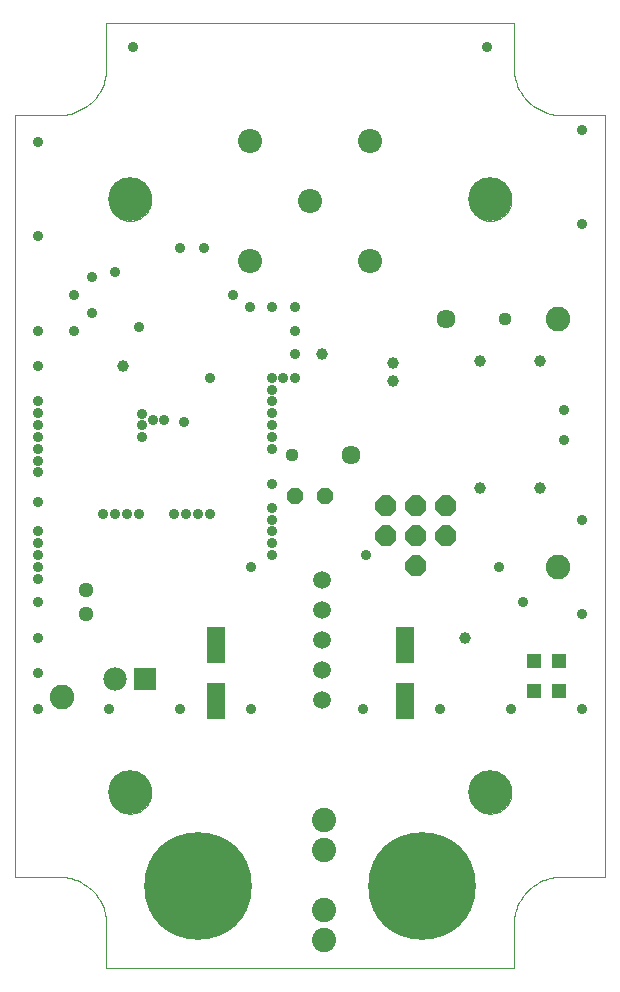
<source format=gbs>
G75*
%MOIN*%
%OFA0B0*%
%FSLAX24Y24*%
%IPPOS*%
%LPD*%
%AMOC8*
5,1,8,0,0,1.08239X$1,22.5*
%
%ADD10R,0.0512X0.0512*%
%ADD11C,0.0820*%
%ADD12R,0.0591X0.1221*%
%ADD13C,0.0000*%
%ADD14C,0.1457*%
%ADD15C,0.3583*%
%ADD16C,0.0039*%
%ADD17C,0.0237*%
%ADD18C,0.0805*%
%ADD19C,0.0634*%
%ADD20C,0.0437*%
%ADD21R,0.0780X0.0780*%
%ADD22C,0.0780*%
%ADD23OC8,0.0700*%
%ADD24OC8,0.0560*%
%ADD25C,0.0594*%
%ADD26C,0.0808*%
%ADD27C,0.0357*%
%ADD28C,0.0396*%
%ADD29C,0.0512*%
D10*
X021793Y010552D03*
X021793Y011536D03*
X022619Y011536D03*
X022619Y010552D03*
D11*
X022600Y014686D03*
X022600Y022954D03*
X006064Y010355D03*
D12*
X011182Y010198D03*
X011182Y012087D03*
X017482Y012087D03*
X017482Y010198D03*
D13*
X005966Y004351D02*
X004489Y004351D01*
X004489Y029745D01*
X005966Y029745D01*
X006043Y029747D01*
X006120Y029753D01*
X006197Y029762D01*
X006273Y029775D01*
X006349Y029792D01*
X006423Y029813D01*
X006497Y029837D01*
X006569Y029865D01*
X006639Y029896D01*
X006708Y029931D01*
X006776Y029969D01*
X006841Y030010D01*
X006904Y030055D01*
X006965Y030103D01*
X007024Y030153D01*
X007080Y030206D01*
X007133Y030262D01*
X007183Y030321D01*
X007231Y030382D01*
X007276Y030445D01*
X007317Y030510D01*
X007355Y030578D01*
X007390Y030647D01*
X007421Y030717D01*
X007449Y030789D01*
X007473Y030863D01*
X007494Y030937D01*
X007511Y031013D01*
X007524Y031089D01*
X007533Y031166D01*
X007539Y031243D01*
X007541Y031320D01*
X007541Y032796D01*
X021123Y032796D01*
X021123Y031320D01*
X021125Y031243D01*
X021131Y031166D01*
X021140Y031089D01*
X021153Y031013D01*
X021170Y030937D01*
X021191Y030863D01*
X021215Y030789D01*
X021243Y030717D01*
X021274Y030647D01*
X021309Y030578D01*
X021347Y030510D01*
X021388Y030445D01*
X021433Y030382D01*
X021481Y030321D01*
X021531Y030262D01*
X021584Y030206D01*
X021640Y030153D01*
X021699Y030103D01*
X021760Y030055D01*
X021823Y030010D01*
X021888Y029969D01*
X021956Y029931D01*
X022025Y029896D01*
X022095Y029865D01*
X022167Y029837D01*
X022241Y029813D01*
X022315Y029792D01*
X022391Y029775D01*
X022467Y029762D01*
X022544Y029753D01*
X022621Y029747D01*
X022698Y029745D01*
X024175Y029745D01*
X024175Y004351D01*
X022698Y004351D01*
X022621Y004349D01*
X022544Y004343D01*
X022467Y004334D01*
X022391Y004321D01*
X022315Y004304D01*
X022241Y004283D01*
X022167Y004259D01*
X022095Y004231D01*
X022025Y004200D01*
X021956Y004165D01*
X021888Y004127D01*
X021823Y004086D01*
X021760Y004041D01*
X021699Y003993D01*
X021640Y003943D01*
X021584Y003890D01*
X021531Y003834D01*
X021481Y003775D01*
X021433Y003714D01*
X021388Y003651D01*
X021347Y003586D01*
X021309Y003518D01*
X021274Y003449D01*
X021243Y003379D01*
X021215Y003307D01*
X021191Y003233D01*
X021170Y003159D01*
X021153Y003083D01*
X021140Y003007D01*
X021131Y002930D01*
X021125Y002853D01*
X021123Y002776D01*
X021123Y001300D01*
X007541Y001300D01*
X007541Y002776D01*
X007539Y002853D01*
X007533Y002930D01*
X007524Y003007D01*
X007511Y003083D01*
X007494Y003159D01*
X007473Y003233D01*
X007449Y003307D01*
X007421Y003379D01*
X007390Y003449D01*
X007355Y003518D01*
X007317Y003586D01*
X007276Y003651D01*
X007231Y003714D01*
X007183Y003775D01*
X007133Y003834D01*
X007080Y003890D01*
X007024Y003943D01*
X006965Y003993D01*
X006904Y004041D01*
X006841Y004086D01*
X006776Y004127D01*
X006708Y004165D01*
X006639Y004200D01*
X006569Y004231D01*
X006497Y004259D01*
X006423Y004283D01*
X006349Y004304D01*
X006273Y004321D01*
X006197Y004334D01*
X006120Y004343D01*
X006043Y004349D01*
X005966Y004351D01*
X007619Y007166D02*
X007621Y007219D01*
X007627Y007272D01*
X007637Y007324D01*
X007650Y007375D01*
X007668Y007425D01*
X007689Y007474D01*
X007714Y007521D01*
X007742Y007565D01*
X007774Y007608D01*
X007808Y007648D01*
X007846Y007686D01*
X007886Y007720D01*
X007929Y007752D01*
X007974Y007780D01*
X008020Y007805D01*
X008069Y007826D01*
X008119Y007844D01*
X008170Y007857D01*
X008222Y007867D01*
X008275Y007873D01*
X008328Y007875D01*
X008381Y007873D01*
X008434Y007867D01*
X008486Y007857D01*
X008537Y007844D01*
X008587Y007826D01*
X008636Y007805D01*
X008683Y007780D01*
X008727Y007752D01*
X008770Y007720D01*
X008810Y007686D01*
X008848Y007648D01*
X008882Y007608D01*
X008914Y007565D01*
X008942Y007520D01*
X008967Y007474D01*
X008988Y007425D01*
X009006Y007375D01*
X009019Y007324D01*
X009029Y007272D01*
X009035Y007219D01*
X009037Y007166D01*
X009035Y007113D01*
X009029Y007060D01*
X009019Y007008D01*
X009006Y006957D01*
X008988Y006907D01*
X008967Y006858D01*
X008942Y006811D01*
X008914Y006767D01*
X008882Y006724D01*
X008848Y006684D01*
X008810Y006646D01*
X008770Y006612D01*
X008727Y006580D01*
X008682Y006552D01*
X008636Y006527D01*
X008587Y006506D01*
X008537Y006488D01*
X008486Y006475D01*
X008434Y006465D01*
X008381Y006459D01*
X008328Y006457D01*
X008275Y006459D01*
X008222Y006465D01*
X008170Y006475D01*
X008119Y006488D01*
X008069Y006506D01*
X008020Y006527D01*
X007973Y006552D01*
X007929Y006580D01*
X007886Y006612D01*
X007846Y006646D01*
X007808Y006684D01*
X007774Y006724D01*
X007742Y006767D01*
X007714Y006812D01*
X007689Y006858D01*
X007668Y006907D01*
X007650Y006957D01*
X007637Y007008D01*
X007627Y007060D01*
X007621Y007113D01*
X007619Y007166D01*
X009608Y005040D02*
X009610Y005059D01*
X009615Y005078D01*
X009625Y005094D01*
X009637Y005109D01*
X009652Y005121D01*
X009668Y005131D01*
X009687Y005136D01*
X009706Y005138D01*
X009725Y005136D01*
X009744Y005131D01*
X009760Y005121D01*
X009775Y005109D01*
X009787Y005094D01*
X009797Y005078D01*
X009802Y005059D01*
X009804Y005040D01*
X009802Y005021D01*
X009797Y005002D01*
X009787Y004986D01*
X009775Y004971D01*
X009760Y004959D01*
X009744Y004949D01*
X009725Y004944D01*
X009706Y004942D01*
X009687Y004944D01*
X009668Y004949D01*
X009652Y004959D01*
X009637Y004971D01*
X009625Y004986D01*
X009615Y005002D01*
X009610Y005021D01*
X009608Y005040D01*
X010494Y005434D02*
X010496Y005453D01*
X010501Y005472D01*
X010511Y005488D01*
X010523Y005503D01*
X010538Y005515D01*
X010554Y005525D01*
X010573Y005530D01*
X010592Y005532D01*
X010611Y005530D01*
X010630Y005525D01*
X010646Y005515D01*
X010661Y005503D01*
X010673Y005488D01*
X010683Y005472D01*
X010688Y005453D01*
X010690Y005434D01*
X010688Y005415D01*
X010683Y005396D01*
X010673Y005380D01*
X010661Y005365D01*
X010646Y005353D01*
X010630Y005343D01*
X010611Y005338D01*
X010592Y005336D01*
X010573Y005338D01*
X010554Y005343D01*
X010538Y005353D01*
X010523Y005365D01*
X010511Y005380D01*
X010501Y005396D01*
X010496Y005415D01*
X010494Y005434D01*
X011478Y005040D02*
X011480Y005059D01*
X011485Y005078D01*
X011495Y005094D01*
X011507Y005109D01*
X011522Y005121D01*
X011538Y005131D01*
X011557Y005136D01*
X011576Y005138D01*
X011595Y005136D01*
X011614Y005131D01*
X011630Y005121D01*
X011645Y005109D01*
X011657Y005094D01*
X011667Y005078D01*
X011672Y005059D01*
X011674Y005040D01*
X011672Y005021D01*
X011667Y005002D01*
X011657Y004986D01*
X011645Y004971D01*
X011630Y004959D01*
X011614Y004949D01*
X011595Y004944D01*
X011576Y004942D01*
X011557Y004944D01*
X011538Y004949D01*
X011522Y004959D01*
X011507Y004971D01*
X011495Y004986D01*
X011485Y005002D01*
X011480Y005021D01*
X011478Y005040D01*
X011872Y004056D02*
X011874Y004075D01*
X011879Y004094D01*
X011889Y004110D01*
X011901Y004125D01*
X011916Y004137D01*
X011932Y004147D01*
X011951Y004152D01*
X011970Y004154D01*
X011989Y004152D01*
X012008Y004147D01*
X012024Y004137D01*
X012039Y004125D01*
X012051Y004110D01*
X012061Y004094D01*
X012066Y004075D01*
X012068Y004056D01*
X012066Y004037D01*
X012061Y004018D01*
X012051Y004002D01*
X012039Y003987D01*
X012024Y003975D01*
X012008Y003965D01*
X011989Y003960D01*
X011970Y003958D01*
X011951Y003960D01*
X011932Y003965D01*
X011916Y003975D01*
X011901Y003987D01*
X011889Y004002D01*
X011879Y004018D01*
X011874Y004037D01*
X011872Y004056D01*
X011478Y003072D02*
X011480Y003091D01*
X011485Y003110D01*
X011495Y003126D01*
X011507Y003141D01*
X011522Y003153D01*
X011538Y003163D01*
X011557Y003168D01*
X011576Y003170D01*
X011595Y003168D01*
X011614Y003163D01*
X011630Y003153D01*
X011645Y003141D01*
X011657Y003126D01*
X011667Y003110D01*
X011672Y003091D01*
X011674Y003072D01*
X011672Y003053D01*
X011667Y003034D01*
X011657Y003018D01*
X011645Y003003D01*
X011630Y002991D01*
X011614Y002981D01*
X011595Y002976D01*
X011576Y002974D01*
X011557Y002976D01*
X011538Y002981D01*
X011522Y002991D01*
X011507Y003003D01*
X011495Y003018D01*
X011485Y003034D01*
X011480Y003053D01*
X011478Y003072D01*
X010494Y002678D02*
X010496Y002697D01*
X010501Y002716D01*
X010511Y002732D01*
X010523Y002747D01*
X010538Y002759D01*
X010554Y002769D01*
X010573Y002774D01*
X010592Y002776D01*
X010611Y002774D01*
X010630Y002769D01*
X010646Y002759D01*
X010661Y002747D01*
X010673Y002732D01*
X010683Y002716D01*
X010688Y002697D01*
X010690Y002678D01*
X010688Y002659D01*
X010683Y002640D01*
X010673Y002624D01*
X010661Y002609D01*
X010646Y002597D01*
X010630Y002587D01*
X010611Y002582D01*
X010592Y002580D01*
X010573Y002582D01*
X010554Y002587D01*
X010538Y002597D01*
X010523Y002609D01*
X010511Y002624D01*
X010501Y002640D01*
X010496Y002659D01*
X010494Y002678D01*
X009510Y003072D02*
X009512Y003091D01*
X009517Y003110D01*
X009527Y003126D01*
X009539Y003141D01*
X009554Y003153D01*
X009570Y003163D01*
X009589Y003168D01*
X009608Y003170D01*
X009627Y003168D01*
X009646Y003163D01*
X009662Y003153D01*
X009677Y003141D01*
X009689Y003126D01*
X009699Y003110D01*
X009704Y003091D01*
X009706Y003072D01*
X009704Y003053D01*
X009699Y003034D01*
X009689Y003018D01*
X009677Y003003D01*
X009662Y002991D01*
X009646Y002981D01*
X009627Y002976D01*
X009608Y002974D01*
X009589Y002976D01*
X009570Y002981D01*
X009554Y002991D01*
X009539Y003003D01*
X009527Y003018D01*
X009517Y003034D01*
X009512Y003053D01*
X009510Y003072D01*
X009116Y004056D02*
X009118Y004075D01*
X009123Y004094D01*
X009133Y004110D01*
X009145Y004125D01*
X009160Y004137D01*
X009176Y004147D01*
X009195Y004152D01*
X009214Y004154D01*
X009233Y004152D01*
X009252Y004147D01*
X009268Y004137D01*
X009283Y004125D01*
X009295Y004110D01*
X009305Y004094D01*
X009310Y004075D01*
X009312Y004056D01*
X009310Y004037D01*
X009305Y004018D01*
X009295Y004002D01*
X009283Y003987D01*
X009268Y003975D01*
X009252Y003965D01*
X009233Y003960D01*
X009214Y003958D01*
X009195Y003960D01*
X009176Y003965D01*
X009160Y003975D01*
X009145Y003987D01*
X009133Y004002D01*
X009123Y004018D01*
X009118Y004037D01*
X009116Y004056D01*
X016596Y004056D02*
X016598Y004075D01*
X016603Y004094D01*
X016613Y004110D01*
X016625Y004125D01*
X016640Y004137D01*
X016656Y004147D01*
X016675Y004152D01*
X016694Y004154D01*
X016713Y004152D01*
X016732Y004147D01*
X016748Y004137D01*
X016763Y004125D01*
X016775Y004110D01*
X016785Y004094D01*
X016790Y004075D01*
X016792Y004056D01*
X016790Y004037D01*
X016785Y004018D01*
X016775Y004002D01*
X016763Y003987D01*
X016748Y003975D01*
X016732Y003965D01*
X016713Y003960D01*
X016694Y003958D01*
X016675Y003960D01*
X016656Y003965D01*
X016640Y003975D01*
X016625Y003987D01*
X016613Y004002D01*
X016603Y004018D01*
X016598Y004037D01*
X016596Y004056D01*
X016990Y003072D02*
X016992Y003091D01*
X016997Y003110D01*
X017007Y003126D01*
X017019Y003141D01*
X017034Y003153D01*
X017050Y003163D01*
X017069Y003168D01*
X017088Y003170D01*
X017107Y003168D01*
X017126Y003163D01*
X017142Y003153D01*
X017157Y003141D01*
X017169Y003126D01*
X017179Y003110D01*
X017184Y003091D01*
X017186Y003072D01*
X017184Y003053D01*
X017179Y003034D01*
X017169Y003018D01*
X017157Y003003D01*
X017142Y002991D01*
X017126Y002981D01*
X017107Y002976D01*
X017088Y002974D01*
X017069Y002976D01*
X017050Y002981D01*
X017034Y002991D01*
X017019Y003003D01*
X017007Y003018D01*
X016997Y003034D01*
X016992Y003053D01*
X016990Y003072D01*
X017974Y002678D02*
X017976Y002697D01*
X017981Y002716D01*
X017991Y002732D01*
X018003Y002747D01*
X018018Y002759D01*
X018034Y002769D01*
X018053Y002774D01*
X018072Y002776D01*
X018091Y002774D01*
X018110Y002769D01*
X018126Y002759D01*
X018141Y002747D01*
X018153Y002732D01*
X018163Y002716D01*
X018168Y002697D01*
X018170Y002678D01*
X018168Y002659D01*
X018163Y002640D01*
X018153Y002624D01*
X018141Y002609D01*
X018126Y002597D01*
X018110Y002587D01*
X018091Y002582D01*
X018072Y002580D01*
X018053Y002582D01*
X018034Y002587D01*
X018018Y002597D01*
X018003Y002609D01*
X017991Y002624D01*
X017981Y002640D01*
X017976Y002659D01*
X017974Y002678D01*
X018958Y003072D02*
X018960Y003091D01*
X018965Y003110D01*
X018975Y003126D01*
X018987Y003141D01*
X019002Y003153D01*
X019018Y003163D01*
X019037Y003168D01*
X019056Y003170D01*
X019075Y003168D01*
X019094Y003163D01*
X019110Y003153D01*
X019125Y003141D01*
X019137Y003126D01*
X019147Y003110D01*
X019152Y003091D01*
X019154Y003072D01*
X019152Y003053D01*
X019147Y003034D01*
X019137Y003018D01*
X019125Y003003D01*
X019110Y002991D01*
X019094Y002981D01*
X019075Y002976D01*
X019056Y002974D01*
X019037Y002976D01*
X019018Y002981D01*
X019002Y002991D01*
X018987Y003003D01*
X018975Y003018D01*
X018965Y003034D01*
X018960Y003053D01*
X018958Y003072D01*
X019352Y004056D02*
X019354Y004075D01*
X019359Y004094D01*
X019369Y004110D01*
X019381Y004125D01*
X019396Y004137D01*
X019412Y004147D01*
X019431Y004152D01*
X019450Y004154D01*
X019469Y004152D01*
X019488Y004147D01*
X019504Y004137D01*
X019519Y004125D01*
X019531Y004110D01*
X019541Y004094D01*
X019546Y004075D01*
X019548Y004056D01*
X019546Y004037D01*
X019541Y004018D01*
X019531Y004002D01*
X019519Y003987D01*
X019504Y003975D01*
X019488Y003965D01*
X019469Y003960D01*
X019450Y003958D01*
X019431Y003960D01*
X019412Y003965D01*
X019396Y003975D01*
X019381Y003987D01*
X019369Y004002D01*
X019359Y004018D01*
X019354Y004037D01*
X019352Y004056D01*
X018958Y005040D02*
X018960Y005059D01*
X018965Y005078D01*
X018975Y005094D01*
X018987Y005109D01*
X019002Y005121D01*
X019018Y005131D01*
X019037Y005136D01*
X019056Y005138D01*
X019075Y005136D01*
X019094Y005131D01*
X019110Y005121D01*
X019125Y005109D01*
X019137Y005094D01*
X019147Y005078D01*
X019152Y005059D01*
X019154Y005040D01*
X019152Y005021D01*
X019147Y005002D01*
X019137Y004986D01*
X019125Y004971D01*
X019110Y004959D01*
X019094Y004949D01*
X019075Y004944D01*
X019056Y004942D01*
X019037Y004944D01*
X019018Y004949D01*
X019002Y004959D01*
X018987Y004971D01*
X018975Y004986D01*
X018965Y005002D01*
X018960Y005021D01*
X018958Y005040D01*
X017974Y005434D02*
X017976Y005453D01*
X017981Y005472D01*
X017991Y005488D01*
X018003Y005503D01*
X018018Y005515D01*
X018034Y005525D01*
X018053Y005530D01*
X018072Y005532D01*
X018091Y005530D01*
X018110Y005525D01*
X018126Y005515D01*
X018141Y005503D01*
X018153Y005488D01*
X018163Y005472D01*
X018168Y005453D01*
X018170Y005434D01*
X018168Y005415D01*
X018163Y005396D01*
X018153Y005380D01*
X018141Y005365D01*
X018126Y005353D01*
X018110Y005343D01*
X018091Y005338D01*
X018072Y005336D01*
X018053Y005338D01*
X018034Y005343D01*
X018018Y005353D01*
X018003Y005365D01*
X017991Y005380D01*
X017981Y005396D01*
X017976Y005415D01*
X017974Y005434D01*
X017088Y005040D02*
X017090Y005059D01*
X017095Y005078D01*
X017105Y005094D01*
X017117Y005109D01*
X017132Y005121D01*
X017148Y005131D01*
X017167Y005136D01*
X017186Y005138D01*
X017205Y005136D01*
X017224Y005131D01*
X017240Y005121D01*
X017255Y005109D01*
X017267Y005094D01*
X017277Y005078D01*
X017282Y005059D01*
X017284Y005040D01*
X017282Y005021D01*
X017277Y005002D01*
X017267Y004986D01*
X017255Y004971D01*
X017240Y004959D01*
X017224Y004949D01*
X017205Y004944D01*
X017186Y004942D01*
X017167Y004944D01*
X017148Y004949D01*
X017132Y004959D01*
X017117Y004971D01*
X017105Y004986D01*
X017095Y005002D01*
X017090Y005021D01*
X017088Y005040D01*
X019627Y007166D02*
X019629Y007219D01*
X019635Y007272D01*
X019645Y007324D01*
X019658Y007375D01*
X019676Y007425D01*
X019697Y007474D01*
X019722Y007521D01*
X019750Y007565D01*
X019782Y007608D01*
X019816Y007648D01*
X019854Y007686D01*
X019894Y007720D01*
X019937Y007752D01*
X019982Y007780D01*
X020028Y007805D01*
X020077Y007826D01*
X020127Y007844D01*
X020178Y007857D01*
X020230Y007867D01*
X020283Y007873D01*
X020336Y007875D01*
X020389Y007873D01*
X020442Y007867D01*
X020494Y007857D01*
X020545Y007844D01*
X020595Y007826D01*
X020644Y007805D01*
X020691Y007780D01*
X020735Y007752D01*
X020778Y007720D01*
X020818Y007686D01*
X020856Y007648D01*
X020890Y007608D01*
X020922Y007565D01*
X020950Y007520D01*
X020975Y007474D01*
X020996Y007425D01*
X021014Y007375D01*
X021027Y007324D01*
X021037Y007272D01*
X021043Y007219D01*
X021045Y007166D01*
X021043Y007113D01*
X021037Y007060D01*
X021027Y007008D01*
X021014Y006957D01*
X020996Y006907D01*
X020975Y006858D01*
X020950Y006811D01*
X020922Y006767D01*
X020890Y006724D01*
X020856Y006684D01*
X020818Y006646D01*
X020778Y006612D01*
X020735Y006580D01*
X020690Y006552D01*
X020644Y006527D01*
X020595Y006506D01*
X020545Y006488D01*
X020494Y006475D01*
X020442Y006465D01*
X020389Y006459D01*
X020336Y006457D01*
X020283Y006459D01*
X020230Y006465D01*
X020178Y006475D01*
X020127Y006488D01*
X020077Y006506D01*
X020028Y006527D01*
X019981Y006552D01*
X019937Y006580D01*
X019894Y006612D01*
X019854Y006646D01*
X019816Y006684D01*
X019782Y006724D01*
X019750Y006767D01*
X019722Y006812D01*
X019697Y006858D01*
X019676Y006907D01*
X019658Y006957D01*
X019645Y007008D01*
X019635Y007060D01*
X019629Y007113D01*
X019627Y007166D01*
X019627Y026930D02*
X019629Y026983D01*
X019635Y027036D01*
X019645Y027088D01*
X019658Y027139D01*
X019676Y027189D01*
X019697Y027238D01*
X019722Y027285D01*
X019750Y027329D01*
X019782Y027372D01*
X019816Y027412D01*
X019854Y027450D01*
X019894Y027484D01*
X019937Y027516D01*
X019982Y027544D01*
X020028Y027569D01*
X020077Y027590D01*
X020127Y027608D01*
X020178Y027621D01*
X020230Y027631D01*
X020283Y027637D01*
X020336Y027639D01*
X020389Y027637D01*
X020442Y027631D01*
X020494Y027621D01*
X020545Y027608D01*
X020595Y027590D01*
X020644Y027569D01*
X020691Y027544D01*
X020735Y027516D01*
X020778Y027484D01*
X020818Y027450D01*
X020856Y027412D01*
X020890Y027372D01*
X020922Y027329D01*
X020950Y027284D01*
X020975Y027238D01*
X020996Y027189D01*
X021014Y027139D01*
X021027Y027088D01*
X021037Y027036D01*
X021043Y026983D01*
X021045Y026930D01*
X021043Y026877D01*
X021037Y026824D01*
X021027Y026772D01*
X021014Y026721D01*
X020996Y026671D01*
X020975Y026622D01*
X020950Y026575D01*
X020922Y026531D01*
X020890Y026488D01*
X020856Y026448D01*
X020818Y026410D01*
X020778Y026376D01*
X020735Y026344D01*
X020690Y026316D01*
X020644Y026291D01*
X020595Y026270D01*
X020545Y026252D01*
X020494Y026239D01*
X020442Y026229D01*
X020389Y026223D01*
X020336Y026221D01*
X020283Y026223D01*
X020230Y026229D01*
X020178Y026239D01*
X020127Y026252D01*
X020077Y026270D01*
X020028Y026291D01*
X019981Y026316D01*
X019937Y026344D01*
X019894Y026376D01*
X019854Y026410D01*
X019816Y026448D01*
X019782Y026488D01*
X019750Y026531D01*
X019722Y026576D01*
X019697Y026622D01*
X019676Y026671D01*
X019658Y026721D01*
X019645Y026772D01*
X019635Y026824D01*
X019629Y026877D01*
X019627Y026930D01*
X007619Y026930D02*
X007621Y026983D01*
X007627Y027036D01*
X007637Y027088D01*
X007650Y027139D01*
X007668Y027189D01*
X007689Y027238D01*
X007714Y027285D01*
X007742Y027329D01*
X007774Y027372D01*
X007808Y027412D01*
X007846Y027450D01*
X007886Y027484D01*
X007929Y027516D01*
X007974Y027544D01*
X008020Y027569D01*
X008069Y027590D01*
X008119Y027608D01*
X008170Y027621D01*
X008222Y027631D01*
X008275Y027637D01*
X008328Y027639D01*
X008381Y027637D01*
X008434Y027631D01*
X008486Y027621D01*
X008537Y027608D01*
X008587Y027590D01*
X008636Y027569D01*
X008683Y027544D01*
X008727Y027516D01*
X008770Y027484D01*
X008810Y027450D01*
X008848Y027412D01*
X008882Y027372D01*
X008914Y027329D01*
X008942Y027284D01*
X008967Y027238D01*
X008988Y027189D01*
X009006Y027139D01*
X009019Y027088D01*
X009029Y027036D01*
X009035Y026983D01*
X009037Y026930D01*
X009035Y026877D01*
X009029Y026824D01*
X009019Y026772D01*
X009006Y026721D01*
X008988Y026671D01*
X008967Y026622D01*
X008942Y026575D01*
X008914Y026531D01*
X008882Y026488D01*
X008848Y026448D01*
X008810Y026410D01*
X008770Y026376D01*
X008727Y026344D01*
X008682Y026316D01*
X008636Y026291D01*
X008587Y026270D01*
X008537Y026252D01*
X008486Y026239D01*
X008434Y026229D01*
X008381Y026223D01*
X008328Y026221D01*
X008275Y026223D01*
X008222Y026229D01*
X008170Y026239D01*
X008119Y026252D01*
X008069Y026270D01*
X008020Y026291D01*
X007973Y026316D01*
X007929Y026344D01*
X007886Y026376D01*
X007846Y026410D01*
X007808Y026448D01*
X007774Y026488D01*
X007742Y026531D01*
X007714Y026576D01*
X007689Y026622D01*
X007668Y026671D01*
X007650Y026721D01*
X007637Y026772D01*
X007627Y026824D01*
X007621Y026877D01*
X007619Y026930D01*
D14*
X008328Y026930D03*
X020336Y026930D03*
X020336Y007166D03*
X008328Y007166D03*
D15*
X010592Y004056D03*
X018072Y004056D03*
D16*
X017147Y004056D02*
X017149Y004116D01*
X017155Y004177D01*
X017165Y004236D01*
X017179Y004295D01*
X017196Y004353D01*
X017217Y004410D01*
X017242Y004465D01*
X017271Y004518D01*
X017303Y004570D01*
X017338Y004619D01*
X017377Y004666D01*
X017418Y004710D01*
X017462Y004751D01*
X017509Y004790D01*
X017558Y004825D01*
X017609Y004857D01*
X017663Y004886D01*
X017718Y004911D01*
X017775Y004932D01*
X017833Y004949D01*
X017892Y004963D01*
X017951Y004973D01*
X018012Y004979D01*
X018072Y004981D01*
X018132Y004979D01*
X018193Y004973D01*
X018252Y004963D01*
X018311Y004949D01*
X018369Y004932D01*
X018426Y004911D01*
X018481Y004886D01*
X018534Y004857D01*
X018586Y004825D01*
X018635Y004790D01*
X018682Y004751D01*
X018726Y004710D01*
X018767Y004666D01*
X018806Y004619D01*
X018841Y004570D01*
X018873Y004519D01*
X018902Y004465D01*
X018927Y004410D01*
X018948Y004353D01*
X018965Y004295D01*
X018979Y004236D01*
X018989Y004177D01*
X018995Y004116D01*
X018997Y004056D01*
X018995Y003996D01*
X018989Y003935D01*
X018979Y003876D01*
X018965Y003817D01*
X018948Y003759D01*
X018927Y003702D01*
X018902Y003647D01*
X018873Y003594D01*
X018841Y003542D01*
X018806Y003493D01*
X018767Y003446D01*
X018726Y003402D01*
X018682Y003361D01*
X018635Y003322D01*
X018586Y003287D01*
X018535Y003255D01*
X018481Y003226D01*
X018426Y003201D01*
X018369Y003180D01*
X018311Y003163D01*
X018252Y003149D01*
X018193Y003139D01*
X018132Y003133D01*
X018072Y003131D01*
X018012Y003133D01*
X017951Y003139D01*
X017892Y003149D01*
X017833Y003163D01*
X017775Y003180D01*
X017718Y003201D01*
X017663Y003226D01*
X017610Y003255D01*
X017558Y003287D01*
X017509Y003322D01*
X017462Y003361D01*
X017418Y003402D01*
X017377Y003446D01*
X017338Y003493D01*
X017303Y003542D01*
X017271Y003593D01*
X017242Y003647D01*
X017217Y003702D01*
X017196Y003759D01*
X017179Y003817D01*
X017165Y003876D01*
X017155Y003935D01*
X017149Y003996D01*
X017147Y004056D01*
X009667Y004056D02*
X009669Y004116D01*
X009675Y004177D01*
X009685Y004236D01*
X009699Y004295D01*
X009716Y004353D01*
X009737Y004410D01*
X009762Y004465D01*
X009791Y004518D01*
X009823Y004570D01*
X009858Y004619D01*
X009897Y004666D01*
X009938Y004710D01*
X009982Y004751D01*
X010029Y004790D01*
X010078Y004825D01*
X010129Y004857D01*
X010183Y004886D01*
X010238Y004911D01*
X010295Y004932D01*
X010353Y004949D01*
X010412Y004963D01*
X010471Y004973D01*
X010532Y004979D01*
X010592Y004981D01*
X010652Y004979D01*
X010713Y004973D01*
X010772Y004963D01*
X010831Y004949D01*
X010889Y004932D01*
X010946Y004911D01*
X011001Y004886D01*
X011054Y004857D01*
X011106Y004825D01*
X011155Y004790D01*
X011202Y004751D01*
X011246Y004710D01*
X011287Y004666D01*
X011326Y004619D01*
X011361Y004570D01*
X011393Y004519D01*
X011422Y004465D01*
X011447Y004410D01*
X011468Y004353D01*
X011485Y004295D01*
X011499Y004236D01*
X011509Y004177D01*
X011515Y004116D01*
X011517Y004056D01*
X011515Y003996D01*
X011509Y003935D01*
X011499Y003876D01*
X011485Y003817D01*
X011468Y003759D01*
X011447Y003702D01*
X011422Y003647D01*
X011393Y003594D01*
X011361Y003542D01*
X011326Y003493D01*
X011287Y003446D01*
X011246Y003402D01*
X011202Y003361D01*
X011155Y003322D01*
X011106Y003287D01*
X011055Y003255D01*
X011001Y003226D01*
X010946Y003201D01*
X010889Y003180D01*
X010831Y003163D01*
X010772Y003149D01*
X010713Y003139D01*
X010652Y003133D01*
X010592Y003131D01*
X010532Y003133D01*
X010471Y003139D01*
X010412Y003149D01*
X010353Y003163D01*
X010295Y003180D01*
X010238Y003201D01*
X010183Y003226D01*
X010130Y003255D01*
X010078Y003287D01*
X010029Y003322D01*
X009982Y003361D01*
X009938Y003402D01*
X009897Y003446D01*
X009858Y003493D01*
X009823Y003542D01*
X009791Y003593D01*
X009762Y003647D01*
X009737Y003702D01*
X009716Y003759D01*
X009699Y003817D01*
X009685Y003876D01*
X009675Y003935D01*
X009669Y003996D01*
X009667Y004056D01*
D17*
X009214Y004056D03*
X009608Y003072D03*
X010592Y002678D03*
X011576Y003072D03*
X011970Y004056D03*
X011576Y005040D03*
X010592Y005434D03*
X009706Y005040D03*
X016694Y004056D03*
X017088Y003072D03*
X018072Y002678D03*
X019056Y003072D03*
X019450Y004056D03*
X019056Y005040D03*
X018072Y005434D03*
X017186Y005040D03*
D18*
X016332Y024891D03*
X014332Y026891D03*
X012332Y028891D03*
X012332Y024891D03*
X016332Y028891D03*
D19*
X018860Y022954D03*
X015710Y018426D03*
D20*
X013741Y018426D03*
X020828Y022954D03*
D21*
X008820Y010946D03*
D22*
X007820Y010946D03*
D23*
X016875Y015709D03*
X016875Y016709D03*
X017875Y016709D03*
X017875Y015709D03*
X017875Y014709D03*
X018875Y015709D03*
X018875Y016709D03*
D24*
X014832Y017048D03*
X013832Y017048D03*
D25*
X014745Y014231D03*
X014745Y013231D03*
X014745Y012231D03*
X014745Y011231D03*
X014745Y010231D03*
D26*
X014785Y006239D03*
X014785Y005239D03*
X014785Y003239D03*
X014785Y002239D03*
D27*
X016104Y009961D03*
X018663Y009961D03*
X021025Y009961D03*
X023387Y009961D03*
X023387Y013111D03*
X021419Y013505D03*
X020631Y014686D03*
X023387Y016261D03*
X022797Y018918D03*
X022797Y019902D03*
X023387Y026103D03*
X023387Y029253D03*
X020238Y032009D03*
X013840Y023347D03*
X013840Y022560D03*
X013840Y021772D03*
X013840Y020985D03*
X013446Y020985D03*
X013052Y020985D03*
X013052Y020591D03*
X013052Y020198D03*
X013052Y019804D03*
X013052Y019410D03*
X013052Y019017D03*
X013052Y018623D03*
X013052Y017442D03*
X013052Y016654D03*
X013052Y016261D03*
X013052Y015867D03*
X013052Y015473D03*
X013052Y015080D03*
X012364Y014686D03*
X010986Y016457D03*
X010592Y016457D03*
X010198Y016457D03*
X009804Y016457D03*
X008623Y016457D03*
X008230Y016457D03*
X007836Y016457D03*
X007442Y016457D03*
X008741Y019017D03*
X008741Y019410D03*
X008741Y019784D03*
X009096Y019568D03*
X009470Y019568D03*
X010119Y019528D03*
X010986Y020985D03*
X012344Y023347D03*
X011773Y023741D03*
X013052Y023347D03*
X010789Y025316D03*
X010001Y025316D03*
X008623Y022678D03*
X007836Y024528D03*
X007049Y024331D03*
X006458Y023741D03*
X007049Y023150D03*
X006458Y022560D03*
X005277Y022560D03*
X005277Y021379D03*
X005277Y020198D03*
X005277Y019804D03*
X005277Y019410D03*
X005277Y019017D03*
X005277Y018623D03*
X005277Y018229D03*
X005277Y017835D03*
X005277Y016851D03*
X005277Y015867D03*
X005277Y015473D03*
X005277Y015080D03*
X005277Y014686D03*
X005277Y014292D03*
X005277Y013505D03*
X005277Y012324D03*
X005277Y011143D03*
X005277Y009961D03*
X007639Y009961D03*
X010001Y009961D03*
X012364Y009961D03*
X016202Y015080D03*
X005277Y025709D03*
X005277Y028859D03*
X008426Y032009D03*
D28*
X014726Y021772D03*
X017088Y021477D03*
X017088Y020887D03*
X019989Y021550D03*
X021989Y021550D03*
X021989Y017300D03*
X019989Y017300D03*
X019509Y012324D03*
X008083Y021379D03*
D29*
X006852Y013898D03*
X006852Y013111D03*
M02*

</source>
